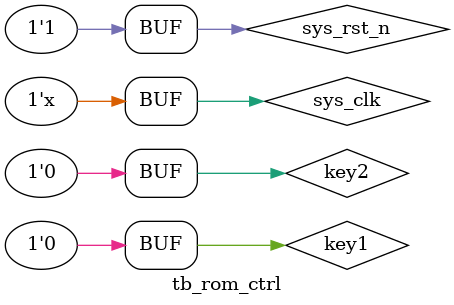
<source format=v>
`timescale 1ns/1ns

module tb_rom_ctrl();

reg sys_clk   ; 
reg sys_rst_n ;
wire key1      ;
wire key2      ;
wire led_out ;
initial 
	begin 
	 sys_clk=1'b1;
	 sys_rst_n <=1'b0;
	 key1 	<=1'b0;
	 key2 	<=1'b0;
	 #30
	 sys_rst_n <=1'b1; 
//key1	 
	 #700_000
	 key1		<=1'b1;
	 #20
	 key1		<=1'b0;
	 #20_000
	 key1		<=1'b1;
	 #20
	 key1		<=1'b0;
	 #600_000
//key2	 
	 #700_000
	 key2		<=1'b1;
	 #20
	 key2		<=1'b0;
	 #20_000
	 key2		<=1'b1;
	 #20
	 key2		<=1'b0;
	 #600_000
//		
	 key1		<=1'b1;
	 #20
	 key1		<=1'b0;
	 #20000
	 key2		<=1'b1;
	 #20
	 key2		<=1'b0;
	 #20000
	 key2		<=1'b1;
	 #20
	 key2		<=1'b0;
	end

always #10 sys_clk=~sys_clk;

wire [7:0]	 addr;


rom_ctrl  
#(
	.CNT_MAX1 (24'd99)
)
rom_ctrl_inst
(
.sys_clk   	(sys_clk  ), 
.sys_rst_n  (sys_rst_n),
.key1       (key1),
.key2       (key2),

. addr	(addr)  
);

endmodule

</source>
